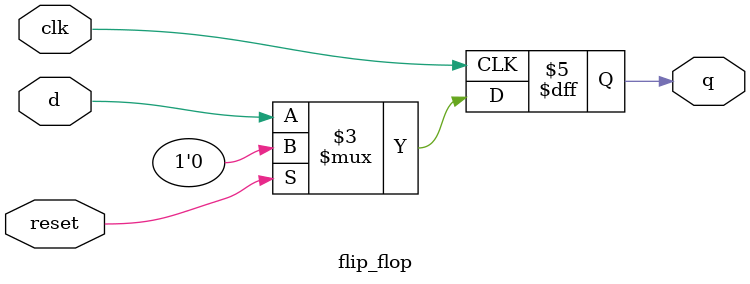
<source format=v>
module flip_flop (
    output reg q,
    
    input d,
    input clk,
    input reset    
);

always @(posedge clk) begin
    if (reset) q <= 1'b0;
    else q <= d;
end


endmodule
</source>
